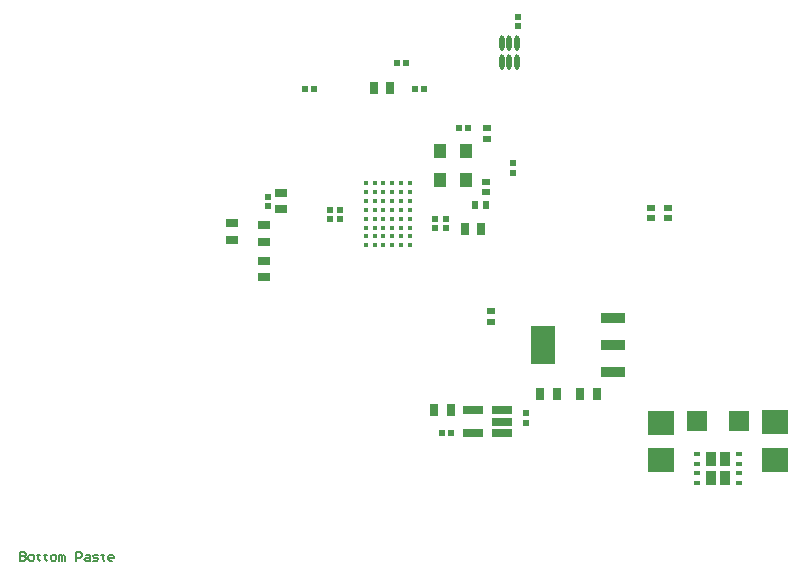
<source format=gbp>
%FSTAX25Y25*%
%MOIN*%
G70*
G01*
G75*
G04 Layer_Color=128*
%ADD10O,0.07087X0.01181*%
%ADD11O,0.01181X0.07087*%
%ADD12O,0.07284X0.01378*%
%ADD13R,0.08071X0.02756*%
%ADD14R,0.01772X0.02165*%
%ADD15R,0.03150X0.03150*%
%ADD16R,0.02165X0.01772*%
%ADD17R,0.02756X0.03543*%
%ADD18R,0.03543X0.02756*%
%ADD19R,0.02047X0.02047*%
%ADD20R,0.02047X0.02047*%
%ADD21C,0.00700*%
%ADD22C,0.01000*%
%ADD23C,0.00669*%
%ADD24C,0.00500*%
%ADD25C,0.02000*%
%ADD26C,0.03000*%
%ADD27C,0.06000*%
%ADD28O,0.15748X0.07874*%
%ADD29O,0.07874X0.15748*%
%ADD30O,0.07874X0.17716*%
%ADD31R,0.05906X0.05906*%
%ADD32C,0.05906*%
%ADD33R,0.05906X0.05906*%
%ADD34P,0.06711X8X112.5*%
%ADD35O,0.05600X0.11200*%
%ADD36C,0.12600*%
%ADD37C,0.01969*%
%ADD38C,0.02800*%
%ADD39C,0.01600*%
%ADD40C,0.01595*%
%ADD41C,0.05000*%
%ADD42C,0.04000*%
%ADD43R,0.70200X0.25400*%
%ADD44C,0.07550*%
%ADD45O,0.15811X0.07937*%
%ADD46O,0.07937X0.15811*%
%ADD47O,0.07937X0.17779*%
%ADD48C,0.07543*%
G04:AMPARAMS|DCode=49|XSize=95.433mil|YSize=95.433mil|CornerRadius=0mil|HoleSize=0mil|Usage=FLASHONLY|Rotation=0.000|XOffset=0mil|YOffset=0mil|HoleType=Round|Shape=Relief|Width=10mil|Gap=10mil|Entries=4|*
%AMTHD49*
7,0,0,0.09543,0.07543,0.01000,45*
%
%ADD49THD49*%
G04:AMPARAMS|DCode=50|XSize=95.5mil|YSize=95.5mil|CornerRadius=0mil|HoleSize=0mil|Usage=FLASHONLY|Rotation=0.000|XOffset=0mil|YOffset=0mil|HoleType=Round|Shape=Relief|Width=10mil|Gap=10mil|Entries=4|*
%AMTHD50*
7,0,0,0.09550,0.07550,0.01000,45*
%
%ADD50THD50*%
%ADD51C,0.07800*%
%ADD52C,0.07400*%
%ADD53C,0.16600*%
%ADD54C,0.05600*%
G04:AMPARAMS|DCode=55|XSize=70mil|YSize=70mil|CornerRadius=0mil|HoleSize=0mil|Usage=FLASHONLY|Rotation=0.000|XOffset=0mil|YOffset=0mil|HoleType=Round|Shape=Relief|Width=10mil|Gap=10mil|Entries=4|*
%AMTHD55*
7,0,0,0.07000,0.05000,0.01000,45*
%
%ADD55THD55*%
%ADD56C,0.06800*%
%AMTHOVALD57*
21,1,0.07874,0.09937,0,0,180.0*
1,1,0.09937,0.03937,0.00000*
1,1,0.09937,-0.03937,0.00000*
21,0,0.07874,0.07937,0,0,180.0*
1,0,0.07937,0.03937,0.00000*
1,0,0.07937,-0.03937,0.00000*
4,0,4,0.03583,0.00354,0.07097,0.03867,0.07804,0.03160,0.04291,-0.00354,0.03583,0.00354,0.0*
4,0,4,-0.04291,0.00354,-0.07804,-0.03160,-0.07097,-0.03867,-0.03583,-0.00354,-0.04291,0.00354,0.0*
4,0,4,0.04291,0.00354,0.07804,-0.03160,0.07097,-0.03867,0.03583,-0.00354,0.04291,0.00354,0.0*
4,0,4,-0.03583,0.00354,-0.07097,0.03867,-0.07804,0.03160,-0.04291,-0.00354,-0.03583,0.00354,0.0*
%
%ADD57THOVALD57*%

%AMTHOVALD58*
21,1,0.07874,0.09937,0,0,270.0*
1,1,0.09937,0.00000,0.03937*
1,1,0.09937,0.00000,-0.03937*
21,0,0.07874,0.07937,0,0,270.0*
1,0,0.07937,0.00000,0.03937*
1,0,0.07937,0.00000,-0.03937*
4,0,4,-0.00354,0.03583,-0.03867,0.07097,-0.03160,0.07804,0.00354,0.04291,-0.00354,0.03583,0.0*
4,0,4,-0.00354,-0.04291,0.03160,-0.07804,0.03867,-0.07097,0.00354,-0.03583,-0.00354,-0.04291,0.0*
4,0,4,-0.00354,0.04291,0.03160,0.07804,0.03867,0.07097,0.00354,0.03583,-0.00354,0.04291,0.0*
4,0,4,-0.00354,-0.03583,-0.03867,-0.07097,-0.03160,-0.07804,0.00354,-0.04291,-0.00354,-0.03583,0.0*
%
%ADD58THOVALD58*%

G04:AMPARAMS|DCode=59|XSize=98mil|YSize=98mil|CornerRadius=0mil|HoleSize=0mil|Usage=FLASHONLY|Rotation=0.000|XOffset=0mil|YOffset=0mil|HoleType=Round|Shape=Relief|Width=10mil|Gap=10mil|Entries=4|*
%AMTHD59*
7,0,0,0.09800,0.07800,0.01000,45*
%
%ADD59THD59*%
G04:AMPARAMS|DCode=60|XSize=94mil|YSize=94mil|CornerRadius=0mil|HoleSize=0mil|Usage=FLASHONLY|Rotation=0.000|XOffset=0mil|YOffset=0mil|HoleType=Round|Shape=Relief|Width=10mil|Gap=10mil|Entries=4|*
%AMTHD60*
7,0,0,0.09400,0.07400,0.01000,45*
%
%ADD60THD60*%
G04:AMPARAMS|DCode=61|XSize=76mil|YSize=76mil|CornerRadius=0mil|HoleSize=0mil|Usage=FLASHONLY|Rotation=0.000|XOffset=0mil|YOffset=0mil|HoleType=Round|Shape=Relief|Width=10mil|Gap=10mil|Entries=4|*
%AMTHD61*
7,0,0,0.07600,0.05600,0.01000,45*
%
%ADD61THD61*%
G04:AMPARAMS|DCode=62|XSize=88mil|YSize=88mil|CornerRadius=0mil|HoleSize=0mil|Usage=FLASHONLY|Rotation=0.000|XOffset=0mil|YOffset=0mil|HoleType=Round|Shape=Relief|Width=10mil|Gap=10mil|Entries=4|*
%AMTHD62*
7,0,0,0.08800,0.06800,0.01000,45*
%
%ADD62THD62*%
%ADD63O,0.01378X0.04724*%
%ADD64R,0.07480X0.03150*%
%ADD65R,0.07480X0.12205*%
%ADD66R,0.06299X0.02559*%
%ADD67R,0.08661X0.11811*%
%ADD68R,0.01969X0.01181*%
%ADD69C,0.01181*%
%ADD70R,0.03543X0.04724*%
%ADD71R,0.06693X0.06614*%
%ADD72R,0.08661X0.07874*%
%ADD73C,0.05000*%
%ADD74C,0.01300*%
%ADD75C,0.01500*%
%ADD76R,0.29232X0.31693*%
%ADD77C,0.02362*%
%ADD78C,0.00984*%
%ADD79C,0.00787*%
%ADD80C,0.00600*%
%ADD81C,0.01200*%
%ADD82C,0.00400*%
%ADD83O,0.07487X0.01581*%
%ADD84O,0.01581X0.07487*%
%ADD85O,0.07684X0.01778*%
%ADD86R,0.08471X0.03156*%
%ADD87R,0.02172X0.02565*%
%ADD88R,0.03550X0.03550*%
%ADD89R,0.02565X0.02172*%
%ADD90R,0.03156X0.03943*%
%ADD91R,0.03943X0.03156*%
%ADD92R,0.02447X0.02447*%
%ADD93R,0.02447X0.02447*%
%ADD94O,0.07287X0.01381*%
%ADD95O,0.01381X0.07287*%
%ADD96O,0.07484X0.01578*%
%ADD97R,0.08271X0.02956*%
%ADD98R,0.01972X0.02365*%
%ADD99R,0.03350X0.03350*%
%ADD100R,0.02365X0.01972*%
%ADD101R,0.02956X0.03743*%
%ADD102R,0.03743X0.02956*%
%ADD103R,0.02247X0.02247*%
%ADD104R,0.02247X0.02247*%
%ADD105C,0.06200*%
%ADD106O,0.15948X0.08074*%
%ADD107O,0.08074X0.15948*%
%ADD108O,0.08074X0.17916*%
%ADD109R,0.06106X0.06106*%
%ADD110C,0.06106*%
%ADD111R,0.06106X0.06106*%
%ADD112P,0.06927X8X112.5*%
%ADD113O,0.05800X0.11400*%
%ADD114C,0.12800*%
%ADD115C,0.02169*%
%ADD116C,0.03000*%
%ADD117C,0.01800*%
%ADD118C,0.01795*%
%ADD119C,0.05200*%
%ADD120O,0.01578X0.04924*%
%ADD121R,0.07680X0.03350*%
%ADD122R,0.07680X0.12405*%
%ADD123R,0.06499X0.02759*%
%ADD124R,0.09061X0.12211*%
%ADD125R,0.02369X0.01581*%
%ADD126C,0.01381*%
%ADD127R,0.03743X0.04924*%
%ADD128R,0.06893X0.06814*%
%ADD129R,0.08861X0.08074*%
%ADD130R,0.01969X0.01181*%
%ADD131R,0.03347X0.04921*%
%ADD132O,0.01778X0.05124*%
%ADD133R,0.07880X0.03550*%
%ADD134R,0.07880X0.12605*%
%ADD135R,0.06699X0.02959*%
%ADD136C,0.01581*%
%ADD137R,0.03943X0.05124*%
%ADD138R,0.07093X0.07014*%
%ADD139R,0.09061X0.08274*%
D24*
X01Y0092799D02*
Y009D01*
X01014D01*
X0101866Y0090466D01*
Y0090933D01*
X01014Y00914D01*
X01D01*
X01014D01*
X0101866Y0091866D01*
Y0092333D01*
X01014Y0092799D01*
X01D01*
X0103266Y009D02*
X0104199D01*
X0104665Y0090466D01*
Y00914D01*
X0104199Y0091866D01*
X0103266D01*
X0102799Y00914D01*
Y0090466D01*
X0103266Y009D01*
X0106065Y0092333D02*
Y0091866D01*
X0105598D01*
X0106531D01*
X0106065D01*
Y0090466D01*
X0106531Y009D01*
X0108397Y0092333D02*
Y0091866D01*
X0107931D01*
X0108864D01*
X0108397D01*
Y0090466D01*
X0108864Y009D01*
X011073D02*
X0111663D01*
X0112129Y0090466D01*
Y00914D01*
X0111663Y0091866D01*
X011073D01*
X0110263Y00914D01*
Y0090466D01*
X011073Y009D01*
X0113062D02*
Y0091866D01*
X0113529D01*
X0113996Y00914D01*
Y009D01*
Y00914D01*
X0114462Y0091866D01*
X0114928Y00914D01*
Y009D01*
X0118661D02*
Y0092799D01*
X012006D01*
X0120527Y0092333D01*
Y00914D01*
X012006Y0090933D01*
X0118661D01*
X0121926Y0091866D02*
X0122859D01*
X0123326Y00914D01*
Y009D01*
X0121926D01*
X012146Y0090466D01*
X0121926Y0090933D01*
X0123326D01*
X0124259Y009D02*
X0125658D01*
X0126125Y0090466D01*
X0125658Y0090933D01*
X0124725D01*
X0124259Y00914D01*
X0124725Y0091866D01*
X0126125D01*
X0127524Y0092333D02*
Y0091866D01*
X0127058D01*
X0127991D01*
X0127524D01*
Y0090466D01*
X0127991Y009D01*
X013079D02*
X0129857D01*
X0129391Y0090466D01*
Y00914D01*
X0129857Y0091866D01*
X013079D01*
X0131256Y00914D01*
Y0090933D01*
X0129391D01*
D87*
X0251728Y02084D02*
D03*
X0255272D02*
D03*
D89*
X03105Y0207572D02*
D03*
Y0204028D02*
D03*
X02556Y0234072D02*
D03*
Y0230528D02*
D03*
X02555Y0212728D02*
D03*
Y0216272D02*
D03*
X02571Y0173072D02*
D03*
Y0169528D02*
D03*
X03161Y0207572D02*
D03*
Y0204028D02*
D03*
D90*
X0273344Y01456D02*
D03*
X0278856D02*
D03*
X0238044Y01402D02*
D03*
X0243556D02*
D03*
X0223456Y02474D02*
D03*
X0217944D02*
D03*
X0253756Y02005D02*
D03*
X0248244D02*
D03*
X0286744Y01456D02*
D03*
X0292256D02*
D03*
D91*
X01812Y0189956D02*
D03*
Y0184444D02*
D03*
Y0201756D02*
D03*
Y0196244D02*
D03*
X0187Y0207044D02*
D03*
Y0212556D02*
D03*
X01707Y0202456D02*
D03*
Y0196944D02*
D03*
D92*
X0243675Y01326D02*
D03*
X0240525D02*
D03*
X0249375Y02341D02*
D03*
X0246225D02*
D03*
X0234675Y02471D02*
D03*
X0231525D02*
D03*
X019485Y0247335D02*
D03*
X0198D02*
D03*
X0225625Y02558D02*
D03*
X0228775D02*
D03*
D93*
X02068Y0206875D02*
D03*
Y0203725D02*
D03*
X02385Y0203975D02*
D03*
Y0200825D02*
D03*
X0265945Y026811D02*
D03*
Y027126D02*
D03*
X02688Y0139075D02*
D03*
Y0135925D02*
D03*
X02642Y0219325D02*
D03*
Y0222475D02*
D03*
X01827Y0211275D02*
D03*
Y0208125D02*
D03*
X0242Y0203975D02*
D03*
Y0200825D02*
D03*
X02033Y0206875D02*
D03*
Y0203725D02*
D03*
D130*
X033959Y0125422D02*
D03*
X0339587Y0122272D02*
D03*
X0339587Y0119126D02*
D03*
X033959Y0115978D02*
D03*
X032581Y0115978D02*
D03*
X0325813Y0119126D02*
D03*
X0325813Y0122272D02*
D03*
X032581Y0125422D02*
D03*
D131*
X0330438Y0117651D02*
D03*
X0334964Y0117649D02*
D03*
X0334964Y0123751D02*
D03*
X0330436Y0123751D02*
D03*
D132*
X026565Y0256201D02*
D03*
X026309D02*
D03*
X0260531D02*
D03*
X026565Y02625D02*
D03*
X026309D02*
D03*
X0260531D02*
D03*
D133*
X0297714Y0170855D02*
D03*
Y01618D02*
D03*
Y0152745D02*
D03*
D134*
X0274486Y01618D02*
D03*
D135*
X0250879Y014004D02*
D03*
Y013256D02*
D03*
X0260721D02*
D03*
Y01363D02*
D03*
Y014004D02*
D03*
D136*
X0215265Y0195065D02*
D03*
X0218218D02*
D03*
X0221171D02*
D03*
X0224124D02*
D03*
X0227076D02*
D03*
X0230029D02*
D03*
X0215265Y0198018D02*
D03*
X0218218D02*
D03*
X0221171D02*
D03*
X0224124D02*
D03*
X0227076D02*
D03*
X0230029D02*
D03*
X0215265Y0200971D02*
D03*
X0218218D02*
D03*
X0221171D02*
D03*
X0224124D02*
D03*
X0227076D02*
D03*
X0230029D02*
D03*
X0215265Y0203924D02*
D03*
X0218218D02*
D03*
X0221171D02*
D03*
X0224124D02*
D03*
X0227076D02*
D03*
X0230029D02*
D03*
X0215265Y0206876D02*
D03*
X0218218D02*
D03*
X0221171D02*
D03*
X0224124D02*
D03*
X0227076D02*
D03*
X0230029D02*
D03*
X0215265Y0209829D02*
D03*
X0218218D02*
D03*
X0221171D02*
D03*
X0224124D02*
D03*
X0227076D02*
D03*
X0230029D02*
D03*
X0215265Y0212782D02*
D03*
X0218218D02*
D03*
X0221171D02*
D03*
X0224124D02*
D03*
X0227076D02*
D03*
X0230029D02*
D03*
X0215265Y0215735D02*
D03*
X0218218D02*
D03*
X0221171D02*
D03*
X0224124D02*
D03*
X0227076D02*
D03*
X0230029D02*
D03*
D137*
X0239969Y0216779D02*
D03*
Y0226621D02*
D03*
X0248631Y0216779D02*
D03*
Y0226621D02*
D03*
D138*
X0325553Y01366D02*
D03*
X0339647D02*
D03*
D139*
X03516Y0136199D02*
D03*
Y0123601D02*
D03*
X03138Y0135999D02*
D03*
Y0123401D02*
D03*
M02*

</source>
